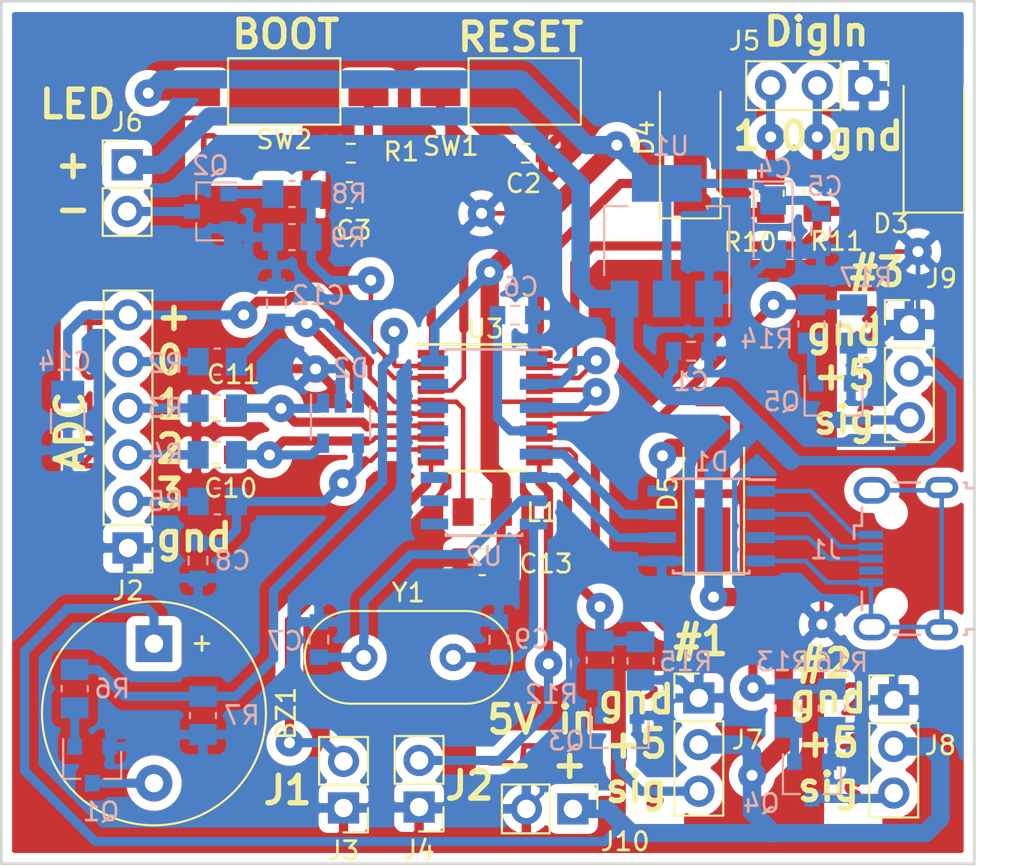
<source format=kicad_pcb>
(kicad_pcb (version 20240108) (generator "pcbnew") (generator_version "8.0")
  (layers (0 "F.Cu" signal) (31 "B.Cu" signal) (34 "B.Paste" user) (35 "F.Paste" user) (36 "B.SilkS" user "B.Silkscreen") (37 "F.SilkS" user "F.Silkscreen") (38 "B.Mask" user) (39 "F.Mask" user) (44 "Edge.Cuts" user))
  (net 0 "")
  (net 1 "+3V3")
  (net 2 "Net-(BZ1-Pad2)")
  (net 3 "GND")
  (net 4 "Net-(C7-Pad1)")
  (net 5 "/ADC0")
  (net 6 "/ADC1")
  (net 7 "/ADC2")
  (net 8 "/ADC3")
  (net 9 "/DigIn0")
  (net 10 "/DigIn1")
  (net 11 "+5V")
  (net 12 "Net-(J2-Pad2)")
  (net 13 "Net-(J2-Pad3)")
  (net 14 "Net-(J2-Pad4)")
  (net 15 "Net-(J2-Pad5)")
  (net 16 "/Jumper0")
  (net 17 "/Jumper1")
  (net 18 "Net-(J5-Pad2)")
  (net 19 "Net-(J5-Pad3)")
  (net 20 "Net-(J6-Pad2)")
  (net 21 "Net-(J7-Pad3)")
  (net 22 "Net-(J8-Pad3)")
  (net 23 "Net-(J9-Pad3)")
  (net 24 "/BOOT0")
  (net 25 "Net-(Q1-Pad1)")
  (net 26 "/DigOut0")
  (net 27 "Net-(Q2-Pad1)")
  (net 28 "/DigOut1")
  (net 29 "/TIM3_CH1")
  (net 30 "Net-(Q3-Pad1)")
  (net 31 "Net-(Q4-Pad1)")
  (net 32 "/TIM3_CH2")
  (net 33 "/TIM3_CH4")
  (net 34 "Net-(Q5-Pad1)")
  (net 35 "/USART_Rx")
  (net 36 "/USART_Tx")
  (net 37 "Net-(C6-Pad1)")
  (net 38 "/NRST")
  (net 39 "+3.3VADC")
  (net 40 "Net-(C9-Pad1)")
  (net 41 "Net-(D1-Pad1)")
  (net 42 "Net-(D1-Pad2)")
  (net 43 "Net-(D1-Pad3)")
  (net 44 "Net-(D1-Pad4)")
  (net 45 "Net-(D1-Pad6)")
  (net 46 "Net-(D1-Pad7)")
  (net 47 "Net-(D1-Pad8)")
  (footprint "Crystal:Crystal_HC49-U_Vertical" (layer "F.Cu") (at 162.235317 68.753107)
    (property "Reference" "Y1")
    (property "Value" "12MHz")
  )
  (footprint "Resistor_SMD:R_0805_2012Metric_Pad1.15x1.50mm_HandSolder" (layer "F.Cu") (at 184.404 43.4605 90)
    (property "Reference" "R10")
    (property "Value" "1k")
  )
  (footprint "Capacitor_SMD:C_0603_1608Metric_Pad0.84x1.00mm_HandSolder" (layer "F.Cu") (at 161.534 41.275 180)
    (property "Reference" "C3")
    (property "Value" "0.1")
  )
  (footprint "Button_Switch_SMD:SW_SPST_FSMSM" (layer "F.Cu") (at 157.9065 37.9095 180)
    (property "Reference" "SW2")
    (property "Value" "Boot")
  )
  (footprint "Resistor_SMD:R_0805_2012Metric_Pad1.15x1.50mm_HandSolder" (layer "F.Cu") (at 186.944 43.397 90)
    (property "Reference" "R11")
    (property "Value" "1k")
  )
  (footprint "Diode_SMD:D_SMA_Handsoldering" (layer "F.Cu") (at 193.294 40.1085 90)
    (property "Reference" "D3")
    (property "Value" "SMAJ5.0")
  )
  (footprint "Connector_PinHeader_2.54mm:PinHeader_1x03_P2.54mm_Vertical" (layer "F.Cu") (at 191.9605 50.6095)
    (property "Reference" "J9")
    (property "Value" "Servo3")
  )
  (footprint "Diode_SMD:D_SMA_Handsoldering" (layer "F.Cu") (at 181.3052 59.8316 90)
    (property "Reference" "D5")
    (property "Value" "SS14")
  )
  (footprint "Connector_PinHeader_2.54mm:PinHeader_1x02_P2.54mm_Vertical" (layer "F.Cu") (at 173.6344 77.0128 -90)
    (property "Reference" "J10")
    (property "Value" "5V")
  )
  (footprint "modules:VIA" (layer "F.Cu") (at 192.4304 46.6344)
    (property "Reference" "REF**" (hide yes))
    (property "Value" "VIA" (hide yes))
  )
  (footprint "Resistor_SMD:R_0805_2012Metric_Pad1.15x1.50mm_HandSolder" (layer "F.Cu") (at 161.454 43.561)
    (property "Reference" "R1")
    (property "Value" "10k")
  )
  (footprint "modules:VIA" (layer "F.Cu") (at 168.656 44.5516)
    (property "Reference" "REF**" (hide yes))
    (property "Value" "VIA" (hide yes))
  )
  (footprint "modules:VIA" (layer "F.Cu") (at 187.198 66.9544)
    (property "Reference" "REF**" (hide yes))
    (property "Value" "VIA" (hide yes))
  )
  (footprint "modules:VIA" (layer "F.Cu") (at 159.6136 53.0352)
    (property "Reference" "REF**" (hide yes))
    (property "Value" "VIA" (hide yes))
  )
  (footprint "Connector_PinHeader_2.54mm:PinHeader_1x02_P2.54mm_Vertical" (layer "F.Cu") (at 161.1376 76.962 180)
    (property "Reference" "J3")
    (property "Value" "Jumper0")
  )
  (footprint "Connector_PinHeader_2.54mm:PinHeader_1x03_P2.54mm_Vertical" (layer "F.Cu") (at 189.484 37.592 -90)
    (property "Reference" "J5")
    (property "Value" "Dig_In")
  )
  (footprint "Connector_PinHeader_2.54mm:PinHeader_1x03_P2.54mm_Vertical" (layer "F.Cu") (at 180.4924 70.9676)
    (property "Reference" "J7")
    (property "Value" "Servo1")
  )
  (footprint "Connector_PinHeader_2.54mm:PinHeader_1x02_P2.54mm_Vertical" (layer "F.Cu") (at 165.2524 76.9112 180)
    (property "Reference" "J4")
    (property "Value" "Jumper1")
  )
  (footprint "Button_Switch_SMD:SW_SPST_FSMSM" (layer "F.Cu") (at 171.0055 37.9095)
    (property "Reference" "SW1")
    (property "Value" "Reset")
  )
  (footprint "Capacitor_SMD:C_0603_1608Metric_Pad0.84x1.00mm_HandSolder" (layer "F.Cu") (at 154.08806 57.712432 180)
    (property "Reference" "C10")
    (property "Value" "0.1")
  )
  (footprint "Capacitor_SMD:C_0603_1608Metric_Pad0.84x1.00mm_HandSolder" (layer "F.Cu") (at 154.08806 55.172432 180)
    (property "Reference" "C11")
    (property "Value" "0.1")
  )
  (footprint "Capacitor_SMD:C_0603_1608Metric_Pad0.84x1.00mm_HandSolder" (layer "F.Cu") (at 171.069 41.275)
    (property "Reference" "C2")
    (property "Value" "0.1")
  )
  (footprint "Connector_PinHeader_2.54mm:PinHeader_1x02_P2.54mm_Vertical" (layer "F.Cu") (at 149.352 41.91)
    (property "Reference" "J6")
    (property "Value" "Ext_LED")
  )
  (footprint "Connector_PinHeader_2.54mm:PinHeader_1x06_P2.54mm_Vertical" (layer "F.Cu") (at 149.39906 62.792432 180)
    (property "Reference" "J2")
    (property "Value" "ADC_in")
  )
  (footprint "Connector_PinHeader_2.54mm:PinHeader_1x03_P2.54mm_Vertical" (layer "F.Cu") (at 191.1096 71.0692)
    (property "Reference" "J8")
    (property "Value" "Servo2")
  )
  (footprint "Capacitor_SMD:C_0805_2012Metric_Pad1.15x1.50mm_HandSolder" (layer "F.Cu") (at 168.6825 63.5635 180)
    (property "Reference" "C13")
    (property "Value" "1u")
  )
  (footprint "Inductor_SMD:L_0805_2012Metric_Pad1.15x1.50mm_HandSolder" (layer "F.Cu") (at 168.693 60.833 180)
    (property "Reference" "L1")
    (property "Value" "BMBA 0.1mH")
  )
  (footprint "Buzzer_Beeper:Buzzer_12x9.5RM7.6" (layer "F.Cu") (at 150.8125 68.0085 -90)
    (property "Reference" "BZ1")
    (property "Value" "Buzzer")
  )
  (footprint "Diode_SMD:D_SMA_Handsoldering" (layer "F.Cu") (at 180.0225 40.426 90)
    (property "Reference" "D4")
    (property "Value" "SMAJ5.0")
  )
  (footprint "Package_SSOP:TSSOP-20_4.4x6.5mm_P0.65mm" (layer "F.Cu") (at 168.8556 55.1486)
    (property "Reference" "U3")
    (property "Value" "STM32F030F4Px")
  )
  (footprint "Package_SOIC:SOIC-8_3.9x4.9mm_P1.27mm" (layer "B.Cu") (at 181.1655 61.595 180)
    (property "Reference" "D1")
    (property "Value" "USB6B1")
  )
  (footprint "Capacitor_SMD:C_0603_1608Metric_Pad0.84x1.00mm_HandSolder" (layer "B.Cu") (at 153.20906 63.480932 -90)
    (property "Reference" "C8")
    (property "Value" "0.1")
  )
  (footprint "Capacitor_SMD:C_0603_1608Metric_Pad0.84x1.00mm_HandSolder" (layer "B.Cu") (at 170.4875 50.1015)
    (property "Reference" "C6")
    (property "Value" "0.1")
  )
  (footprint "Package_TO_SOT_SMD:SOT-223-3_TabPin2" (layer "B.Cu") (at 178.745317 46.070907 90)
    (property "Reference" "U1")
    (property "Value" "LM1117-3.3")
  )
  (footprint "Package_TO_SOT_SMD:SOT-23-5" (layer "B.Cu") (at 160.975 55.9865 -90)
    (property "Reference" "D2")
    (property "Value" "SP0504BAHT")
  )
  (footprint "Capacitor_SMD:C_0603_1608Metric_Pad0.84x1.00mm_HandSolder" (layer "B.Cu") (at 180.076 52.07)
    (property "Reference" "C1")
    (property "Value" "0.1")
  )
  (footprint "Resistor_SMD:R_0805_2012Metric_Pad1.15x1.50mm_HandSolder" (layer "B.Cu") (at 185.3819 71.5253 90)
    (property "Reference" "R13")
    (property "Value" "510")
  )
  (footprint "Capacitor_Tantalum_SMD:CP_EIA-3216-18_Kemet-A_Pad1.53x1.40mm_HandSolder" (layer "B.Cu") (at 184.536517 45.314607 -90)
    (property "Reference" "C4")
    (property "Value" "47u")
  )
  (footprint "Capacitor_SMD:C_0603_1608Metric_Pad0.84x1.00mm_HandSolder" (layer "B.Cu") (at 159.796917 67.785207 90)
    (property "Reference" "C7")
    (property "Value" "22p")
  )
  (footprint "Connector_USB:USB_Micro-B_Wuerth-629105150521" (layer "B.Cu") (at 191.77 63.373 -90)
    (property "Reference" "J1")
    (property "Value" "USB_B_Micro")
  )
  (footprint "Resistor_SMD:R_0805_2012Metric_Pad1.15x1.50mm_HandSolder" (layer "B.Cu") (at 154.26206 52.632432 180)
    (property "Reference" "R2")
    (property "Value" "220")
  )
  (footprint "Resistor_SMD:R_0805_2012Metric_Pad1.15x1.50mm_HandSolder" (layer "B.Cu") (at 154.26206 55.172432 180)
    (property "Reference" "R3")
    (property "Value" "220")
  )
  (footprint "Resistor_SMD:R_0805_2012Metric_Pad1.15x1.50mm_HandSolder" (layer "B.Cu") (at 154.26206 60.252432 180)
    (property "Reference" "R5")
    (property "Value" "220")
  )
  (footprint "Resistor_SMD:R_0805_2012Metric_Pad1.15x1.50mm_HandSolder" (layer "B.Cu") (at 146.4945 70.4585 90)
    (property "Reference" "R6")
    (property "Value" "510")
  )
  (footprint "Resistor_SMD:R_0805_2012Metric_Pad1.15x1.50mm_HandSolder" (layer "B.Cu") (at 153.4795 71.919 90)
    (property "Reference" "R7")
    (property "Value" "10k")
  )
  (footprint "Resistor_SMD:R_0805_2012Metric_Pad1.15x1.50mm_HandSolder" (layer "B.Cu") (at 158.332 43.4975)
    (property "Reference" "R8")
    (property "Value" "510")
  )
  (footprint "Resistor_SMD:R_0805_2012Metric_Pad1.15x1.50mm_HandSolder" (layer "B.Cu") (at 158.332 45.847)
    (property "Reference" "R9")
    (property "Value" "10k")
  )
  (footprint "Resistor_SMD:R_0805_2012Metric_Pad1.15x1.50mm_HandSolder" (layer "B.Cu") (at 175.0949 68.9102 90)
    (property "Reference" "R12")
    (property "Value" "510")
  )
  (footprint "Resistor_SMD:R_0805_2012Metric_Pad1.15x1.50mm_HandSolder" (layer "B.Cu") (at 186.6265 50.583 90)
    (property "Reference" "R14")
    (property "Value" "510")
  )
  (footprint "Resistor_SMD:R_0805_2012Metric_Pad1.15x1.50mm_HandSolder" (layer "B.Cu") (at 177.3174 68.9472 90)
    (property "Reference" "R15")
    (property "Value" "10k")
  )
  (footprint "Resistor_SMD:R_0805_2012Metric_Pad1.15x1.50mm_HandSolder" (layer "B.Cu") (at 187.7314 71.5253 90)
    (property "Reference" "R16")
    (property "Value" "10k")
  )
  (footprint "Resistor_SMD:R_0805_2012Metric_Pad1.15x1.50mm_HandSolder" (layer "B.Cu") (at 188.9125 50.583 90)
    (property "Reference" "R17")
    (property "Value" "10k")
  )
  (footprint "Capacitor_SMD:C_0603_1608Metric_Pad0.84x1.00mm_HandSolder" (layer "B.Cu") (at 187.127317 45.514807 -90)
    (property "Reference" "C5")
    (property "Value" "0.1")
  )
  (footprint "Capacitor_SMD:C_0603_1608Metric_Pad0.84x1.00mm_HandSolder" (layer "B.Cu") (at 169.601317 67.787907 90)
    (property "Reference" "C9")
    (property "Value" "22p")
  )
  (footprint "Capacitor_SMD:C_0603_1608Metric_Pad0.84x1.00mm_HandSolder" (layer "B.Cu") (at 157.48 49.4792 90)
    (property "Reference" "C12")
    (property "Value" "0.1")
  )
  (footprint "Package_TO_SOT_SMD:SOT-23" (layer "B.Cu") (at 147.447 74.6125 -90)
    (property "Reference" "Q1")
    (property "Value" "2N7002")
  )
  (footprint "Package_TO_SOT_SMD:SOT-23" (layer "B.Cu") (at 153.8765 44.4475 180)
    (property "Reference" "Q2")
    (property "Value" "SI2300")
  )
  (footprint "Package_TO_SOT_SMD:SOT-23" (layer "B.Cu") (at 176.1744 72.9267 -90)
    (property "Reference" "Q3")
    (property "Value" "2N7002")
  )
  (footprint "Package_TO_SOT_SMD:SOT-23" (layer "B.Cu") (at 186.6519 75.4413 -90)
    (property "Reference" "Q4")
    (property "Value" "2N7002")
  )
  (footprint "Resistor_SMD:R_0805_2012Metric_Pad1.15x1.50mm_HandSolder" (layer "B.Cu") (at 154.26206 57.712432 180)
    (property "Reference" "R4")
    (property "Value" "220")
  )
  (footprint "Package_TO_SOT_SMD:SOT-23" (layer "B.Cu") (at 187.833 54.8165 -90)
    (property "Reference" "Q5")
    (property "Value" "2N7002")
  )
  (footprint "Capacitor_SMD:C_1206_3216Metric_Pad1.24x1.80mm_HandSolder" (layer "B.Cu") (at 146.1135 55.885 90)
    (property "Reference" "C14")
    (property "Value" "10u")
  )
  (footprint "Package_SOIC:SOIC-16_3.9x9.9mm_P1.27mm" (layer "B.Cu") (at 168.788517 57.043707 180)
    (property "Reference" "U2")
    (property "Value" "CH340G")
  )
  (gr_line (start 142.5 79.5) (end 142.5 33) (stroke (width 0.15)) (layer "Edge.Cuts"))
  (gr_line (start 195.5 80) (end 195.5 79.5) (stroke (width 0.15)) (layer "Edge.Cuts"))
  (gr_line (start 195.5 33) (end 195.5 79.5) (stroke (width 0.15)) (layer "Edge.Cuts"))
  (gr_line (start 142.5 79.5) (end 142.5 80) (stroke (width 0.15)) (layer "Edge.Cuts"))
  (gr_line (start 142.5 80) (end 195.5 80) (stroke (width 0.15)) (layer "Edge.Cuts"))
  (gr_line (start 142.5 33) (end 195.5 33) (stroke (width 0.15)) (layer "Edge.Cuts"))
  (gr_text "2\n+\ns" (at 188.9 73.5 0) (layer "F.Cu") (effects (font (size 1.5 1.5) (thickness 0.3))))
  (gr_text "1\n+\ns" (at 178.1 73.7 0) (layer "F.Cu") (effects (font (size 1.5 1.5) (thickness 0.3))))
  (gr_text "3\n+\ns" (at 189.6 53 0) (layer "F.Cu") (effects (font (size 1.5 1.5) (thickness 0.3))))
  (gr_text "+" (at 146.6088 41.5544 0) (layer "F.Cu") (effects (font (size 1.5 1.5) (thickness 0.3))))
  (gr_text "-5v+" (at 171.9 74.4 0) (layer "F.Cu") (effects (font (size 1.5 1.5) (thickness 0.3))))
  (gr_text "+\n0\n1\n2\n3" (at 147.32 55.2196 0) (layer "F.Cu") (effects (font (size 1.5 1.5) (thickness 0.3))))
  (gr_text "1-2" (at 163.4 72.1 0) (layer "F.Cu") (effects (font (size 1.5 1.5) (thickness 0.3))))
  (gr_text "Boot" (at 155.702 41.148 0) (layer "F.Cu") (effects (font (size 1.5 1.5) (thickness 0.3))))
  (gr_text "gnd\n+5\nsig" (at 187.5536 73.406 0) (layer "F.SilkS") (effects (font (size 1.5 1.5) (thickness 0.3))))
  (gr_text "gnd\n+5\nsig" (at 177.0888 73.4568 0) (layer "F.SilkS") (effects (font (size 1.5 1.5) (thickness 0.3))))
  (gr_text "#1" (at 180.594 67.8688 0) (layer "F.SilkS") (effects (font (size 1.5 1.5) (thickness 0.3))))
  (gr_text "+\n0\n1\n2\n3\ngnd" (at 150.7744 56.1848 0) (layer "F.SilkS") (effects (font (size 1.5 1.5) (thickness 0.3)) (justify left)))
  (gr_text "DigIn" (at 186.8932 34.6456 0) (layer "F.SilkS") (effects (font (size 1.5 1.5) (thickness 0.3))))
  (gr_text "LED" (at 146.6596 38.608 0) (layer "F.SilkS") (effects (font (size 1.5 1.5) (thickness 0.3))))
  (gr_text "J2" (at 167.9956 75.7428 0) (layer "F.SilkS") (effects (font (size 1.5 1.5) (thickness 0.3))))
  (gr_text "RESET" (at 170.7896 34.9504 0) (layer "F.SilkS") (effects (font (size 1.5 1.5) (thickness 0.3))))
  (gr_text "gnd\n+5\nsig" (at 188.4172 53.3908 0) (layer "F.SilkS") (effects (font (size 1.5 1.5) (thickness 0.3))))
  (gr_text "J1" (at 158.0896 75.9968 0) (layer "F.SilkS") (effects (font (size 1.5 1.5) (thickness 0.3))))
  (gr_text "ADC" (at 146.2532 56.4388 90) (layer "F.SilkS") (effects (font (size 1.5 1.5) (thickness 0.3))))
  (gr_text "BOOT" (at 157.988 34.798 0) (layer "F.SilkS") (effects (font (size 1.5 1.5) (thickness 0.3))))
  (gr_text "#3" (at 190.1952 47.752 0) (layer "F.SilkS") (effects (font (size 1.5 1.5) (thickness 0.3))))
  (gr_text "5V in\n- +" (at 171.958 73.3552 0) (layer "F.SilkS") (effects (font (size 1.5 1.5) (thickness 0.3))))
  (gr_text "#2" (at 187.3504 69.088 0) (layer "F.SilkS") (effects (font (size 1.5 1.5) (thickness 0.3))))
  (gr_text "1 0 gnd" (at 186.9948 40.3352 0) (layer "F.SilkS") (effects (font (size 1.5 1.5) (thickness 0.3))))
  (gr_text "+\n-" (at 146.4056 43.0784 0) (layer "F.SilkS") (effects (font (size 1.5 1.5) (thickness 0.3))))
  (segment (start 171.8056 54.8236) (end 169.1409 54.8236) (width 0.25) (layer "F.Cu") (net 1))
  (segment (start 169.1005 54.864) (end 169.1005 52.718698) (width 1) (layer "F.Cu") (net 1))
  (segment (start 169.7355 60.833) (end 169.7355 59.083) (width 1) (layer "F.Cu") (net 1))
  (segment (start 153.3165 37.9095) (end 150.5905 37.9095) (width 1) (layer "F.Cu") (net 1))
  (segment (start 169.725 63.5635) (end 169.725 60.8435) (width 0.5) (layer "F.Cu") (net 1))
  (segment (start 150.5905 37.9095) (end 150.5 38) (width 1) (layer "F.Cu") (net 1))
  (segment (start 169.1409 54.8236) (end 169.1005 54.864) (width 0.25) (layer "F.Cu") (net 1))
  (segment (start 169.1005 58.448) (end 169.1005 54.864) (width 1) (layer "F.Cu") (net 1))
  (segment (start 169.7355 59.083) (end 169.1005 58.448) (width 1) (layer "F.Cu") (net 1))
  (segment (start 169.1005 52.718698) (end 169.1005 47.752) (width 1) (layer "F.Cu") (net 1))
  (segment (start 169.725 60.8435) (end 169.7355 60.833) (width 0.5) (layer "F.Cu") (net 1))
  (segment (start 169.1005 47.752) (end 176.022 40.8305) (width 1) (layer "F.Cu") (net 1))
  (via (at 176.022 40.8305) (size 1.5) (drill 0.6) (layers "F.Cu" "B.Cu") (net 1))
  (via (at 150.5 38) (size 1.5) (drill 0.6) (layers "F.Cu" "B.Cu") (net 1))
  (via (at 169.1005 47.752) (size 1.5) (drill 0.6) (layers "F.Cu" "B.Cu") (net 1))
  (segment (start 184.536517 43.847107) (end 186.422117 43.847107) (width 0.5) (layer "B.Cu") (net 1))
  (segment (start 178.745317 42.920907) (end 178.112407 42.920907) (width 1) (layer "B.Cu") (net 1))
  (segment (start 183.610317 42.920907) (end 184.536517 43.847107) (width 0.5) (layer "B.Cu") (net 1))
  (segment (start 151.249999 37.250001) (end 170.810401 37.250001) (width 1) (layer "B.Cu") (net 1))
  (segment (start 178.745317 47.720907) (end 178.745317 42.920907) (width 0.5) (layer "B.Cu") (net 1))
  (segment (start 176.022 40.8305) (end 174.3909 40.8305) (width 1) (layer "B.Cu") (net 1))
  (segment (start 170.810401 37.250001) (end 171 37.4396) (width 1) (layer "B.Cu") (net 1))
  (segment (start 150.5 38) (end 151.249999 37.250001) (width 1) (layer "B.Cu") (net 1))
  (segment (start 166.116 50.7365) (end 169.1005 47.752) (width 0.5) (layer "B.Cu") (net 1))
  (segment (start 166.088517 51.798707) (end 166.116 51.771224) (width 0.5) (layer "B.Cu") (net 1))
  (segment (start 186.422117 43.847107) (end 187.127317 44.552307) (width 0.5) (layer "B.Cu") (net 1))
  (segment (start 166.088517 52.598707) (end 166.088517 51.798707) (width 0.5) (layer "B.Cu") (net 1))
  (segment (start 178.745317 42.920907) (end 183.610317 42.920907) (width 0.5) (layer "B.Cu") (net 1))
  (segment (start 174.3909 40.8305) (end 171 37.4396) (width 1) (layer "B.Cu") (net 1))
  (segment (start 166.116 51.771224) (end 166.116 50.7365) (width 0.5) (layer "B.Cu") (net 1))
  (segment (start 178.112407 42.920907) (end 176.022 40.8305) (width 1) (layer "B.Cu") (net 1))
  (segment (start 178.745317 49.220907) (end 178.745317 47.720907) (width 0.5) (layer "B.Cu") (net 1))
  (segment (start 150.8125 75.6085) (end 147.451 75.6085) (width 0.5) (layer "B.Cu") (net 2))
  (segment (start 147.451 75.6085) (end 147.447 75.6125) (width 0.5) (layer "B.Cu") (net 2))
  (segment (start 193.294 35.6085) (end 192.3819 34.6964) (width 0.25) (layer "F.Cu") (net 3))
  (segment (start 168.656 44.5516) (end 170.4848 44.5516) (width 0.25) (layer "F.Cu") (net 3))
  (segment (start 186 50.5) (end 183.5 53) (width 0.25) (layer "F.Cu") (net 3))
  (segment (start 153.4668 51.2064) (end 153.4668 49.4332) (width 0.5) (layer "F.Cu") (net 3))
  (segment (start 152.0444 49.784) (end 153.4668 51.2064) (width 0.5) (layer "F.Cu") (net 3))
  (segment (start 150.9268 39.5224) (end 152.0444 40.64) (width 0.25) (layer "F.Cu") (net 3))
  (segment (start 153.4668 53.0225) (end 153.162 53.0225) (width 0.5) (layer "F.Cu") (net 3))
  (segment (start 175.5955 37.9095) (end 180.006 37.9095) (width 0.5) (layer "F.Cu") (net 3))
  (segment (start 151.9555 54.924872) (end 152.20306 55.172432) (width 0.5) (layer "F.Cu") (net 3))
  (segment (start 153.12556 55.172432) (end 153.12556 57.712432) (width 0.5) (layer "F.Cu") (net 3))
  (segment (start 153.162 53.0225) (end 151.9555 54.229) (width 0.5) (layer "F.Cu") (net 3))
  (segment (start 177.7492 53.6956) (end 177.7492 50.5968) (width 0.25) (layer "F.Cu") (net 3))
  (segment (start 187.198 65.89374) (end 187.198 64) (width 0.25) (layer "F.Cu") (net 3))
  (segment (start 172.0315 43.0049) (end 172.0315 41.275) (width 0.25) (layer "F.Cu") (net 3))
  (segment (start 149.352 39.5224) (end 150.9268 39.5224) (width 0.25) (layer "F.Cu") (net 3))
  (segment (start 153.4668 53.0225) (end 153.4668 51.2064) (width 0.5) (layer "F.Cu") (net 3))
  (segment (start 180.0225 35.0647) (end 180.0225 37.926) (width 0.25) (layer "F.Cu") (net 3))
  (segment (start 192.3819 34.6964) (end 180.594 34.6964) (width 0.25) (layer "F.Cu") (net 3))
  (segment (start 152.0444 40.64) (end 152.0444 49.784) (width 0.5) (layer "F.Cu") (net 3))
  (segment (start 180.594 34.6964) (end 180.3908 34.6964) (width 0.25) (layer "F.Cu") (net 3))
  (segment (start 168.1 72.3) (end 168.1 78.6) (width 0.5) (layer "F.Cu") (net 3))
  (segment (start 172.0315 41.1835) (end 175.3055 37.9095) (width 0.5) (layer "F.Cu") (net 3))
  (segment (start 159.339 43.561) (end 160.4115 43.561) (width 0.5) (layer "F.Cu") (net 3))
  (segment (start 172.0315 41.275) (end 172.0315 41.1835) (width 0.5) (layer "F.Cu") (net 3))
  (segment (start 180.3908 34.6964) (end 180.0225 35.0647) (width 0.25) (layer "F.Cu") (net 3))
  (segment (start 158.3528 78.8) (end 158.0528 78.5) (width 0.5) (layer "F.Cu") (net 3))
  (segment (start 164.592 70.1548) (end 165.9548 70.1548) (width 0.5) (layer "F.Cu") (net 3))
  (segment (start 171.8056 55.4736) (end 175.9712 55.4736) (width 0.25) (layer "F.Cu") (net 3))
  (segment (start 156.0068 76.454) (end 156.0068 62.992) (width 0.25) (layer "F.Cu") (net 3))
  (segment (start 193.294 37.6085) (end 193.294 35.6085) (width 0.25) (layer "F.Cu") (net 3))
  (segment (start 183.5 53) (end 183.5 60.302) (width 0.25) (layer "F.Cu") (net 3))
  (segment (start 156.0068 62.992) (end 153.12556 60.11076) (width 0.25) (layer "F.Cu") (net 3))
  (segment (start 165.9548 70.1548) (end 168.1 72.3) (width 0.5) (layer "F.Cu") (net 3))
  (segment (start 164.592 66.789) (end 164.592 70.1548) (width 0.25) (layer "F.Cu") (net 3))
  (segment (start 183.5 60.302) (end 187.198 64) (width 0.25) (layer "F.Cu") (net 3))
  (segment (start 186 48.1584) (end 186 50.5) (width 0.25) (layer "F.Cu") (net 3))
  (segment (start 175.9712 55.4736) (end 177.7492 53.6956) (width 0.25) (layer "F.Cu") (net 3))
  (segment (start 160.4115 41.435) (end 160.5715 41.275) (width 0.5) (layer "F.Cu") (net 3))
  (segment (start 175.3055 37.9095) (end 175.5955 37.9095) (width 0.5) (layer "F.Cu") (net 3))
  (segment (start 189.1284 48.1584) (end 190.6524 46.6344) (width 0.25) (layer "F.Cu") (net 3))
  (segment (start 186 48.1584) (end 189.1284 48.1584) (width 0.25) (layer "F.Cu") (net 3))
  (segment (start 158.0528 78.5) (end 156.0068 76.454) (width 0.25) (layer "F.Cu") (net 3))
  (segment (start 190.6524 46.6344) (end 192.4304 46.6344) (width 0.25) (layer "F.Cu") (net 3))
  (segment (start 167.64 63.741) (end 164.592 66.789) (width 0.25) (layer "F.Cu") (net 3))
  (segment (start 168.1 78.6) (end 167.9 78.8) (width 0.5) (layer "F.Cu") (net 3))
  (segment (start 167.64 63.5635) (end 167.64 63.741) (width 0.25) (layer "F.Cu") (net 3))
  (segment (start 180.1876 48.1584) (end 186 48.1584) (width 0.25) (layer "F.Cu") (net 3))
  (segment (start 146.7612 36.9316) (end 149.352 39.5224) (width 0.25) (layer "F.Cu") (net 3))
  (segment (start 151.9555 54.229) (end 151.9555 54.924872) (width 0.5) (layer "F.Cu") (net 3))
  (segment (start 167.9 78.8) (end 158.3528 78.8) (width 0.5) (layer "F.Cu") (net 3))
  (segment (start 170.4848 44.5516) (end 172.0315 43.0049) (width 0.25) (layer "F.Cu") (net 3))
  (segment (start 146.7612 35.6108) (end 146.7612 36.9316) (width 0.25) (layer "F.Cu") (net 3))
  (segment (start 152.20306 55.172432) (end 153.12556 55.172432) (width 0.5) (layer "F.Cu") (net 3))
  (segment (start 159.639 53.0225) (end 153.4668 53.0225) (width 0.5) (layer "F.Cu") (net 3))
  (segment (start 180.006 37.9095) (end 180.0225 37.926) (width 0.5) (layer "F.Cu") (net 3))
  (segment (start 153.12556 60.11076) (end 153.12556 57.712432) (width 0.25) (layer "F.Cu") (net 3))
  (segment (start 160.4115 43.561) (end 160.4115 41.435) (width 0.5) (layer "F.Cu") (net 3))
  (segment (start 147.6756 34.6964) (end 146.7612 35.6108) (width 0.25) (layer "F.Cu") (net 3))
  (segment (start 153.4668 49.4332) (end 159.339 43.561) (width 0.5) (layer "F.Cu") (net 3))
  (segment (start 180.594 34.6964) (end 147.6756 34.6964) (width 0.25) (layer "F.Cu") (net 3))
  (segment (start 187.198 66.9544) (end 187.198 65.89374) (width 0.25) (layer "F.Cu") (net 3))
  (segment (start 177.7492 50.5968) (end 180.1876 48.1584) (width 0.25) (layer "F.Cu") (net 3))
  (segment (start 148.479 72.5805) (end 148.86 72.9615) (width 0.5) (layer "B.Cu") (net 3))
  (segment (start 171.45 50.1015) (end 171.45 47.3456) (width 0.25) (layer "B.Cu") (net 3))
  (segment (start 173.3804 72.9488) (end 173.3804 64.516) (width 0.25) (layer "B.Cu") (net 3))
  (segment (start 146.1135 58.6) (end 146.5072 58.9937) (width 0.5) (layer "B.Cu") (net 3))
  (segment (start 143.8656 56.4388) (end 143.8656 49.2252) (width 0.5) (layer "B.Cu") (net 3))
  (segment (start 188.9814 72.5678) (end 189.4332 72.116) (width 0.5) (layer "B.Cu") (net 3))
  (segment (start 146.1135 57.4775) (end 144.7135 57.4775) (width 0.5) (layer "B.Cu") (net 3))
  (segment (start 190.1228 68.7324) (end 188.976 68.7324) (width 0.5) (layer "B.Cu") (net 3))
  (segment (start 181.045317 49.220907) (end 182.097717 49.220907) (width 0.5) (layer "B.Cu") (net 3))
  (segment (start 171.944399 74.384801) (end 173.3804 72.9488) (width 0.25) (layer "B.Cu") (net 3))
  (segment (start 159.639 53.0225) (end 160.975 53.025) (width 0.5) (layer "B.Cu") (net 3))
  (segment (start 189.484 35.2044) (end 189.484 37.592) (width 0.25) (layer "B.Cu") (net 3))
  (segment (start 149.39906 64.142432) (end 149.70006 64.443432) (width 0.5) (layer "B.Cu") (net 3))
  (segment (start 168.01911 66.2432) (end 166.0652 66.2432) (width 0.5) (layer "B.Cu") (net 3))
  (segment (start 148.1328 34.4932) (end 188.7728 34.4932) (width 0.25) (layer "B.Cu") (net 3))
  (segment (start 155.3464 45.8674) (end 154.8765 45.3975) (width 0.5) (layer "B.Cu") (net 3))
  (segment (start 189.7596 71.0692) (end 191.1096 71.0692) (width 0.5) (layer "B.Cu") (net 3))
  (segment (start 186.822517 46.782107) (end 187.127317 46.477307) (width 0.5) (layer "B.Cu") (net 3))
  (segment (start 189.484 37.592) (end 189.484 46.99) (width 0.25) (layer "B.Cu") (net 3))
  (segment (start 189.484 46.99) (end 189.5348 47.0408) (width 0.25) (layer "B.Cu") (net 3))
  (segment (start 178.4604 65.1256) (end 181.356 68.0212) (width 0.25) (layer "B.Cu") (net 3))
  (segment (start 190.881 50.9905) (end 191.5795 50.9905) (width 0.5) (layer "B.Cu") (net 3))
  (segment (start 169.601317 66.825407) (end 168.601317 66.825407) (width 0.5) (layer "B.Cu") (net 3))
  (segment (start 189.4332 71.3956) (end 189.7596 71.0692) (width 0.5) (layer "B.Cu") (net 3))
  (segment (start 171.45 47.3456) (end 168.656 44.5516) (width 0.25) (layer "B.Cu") (net 3))
  (segment (start 177.1244 71.9267) (end 177.1244 70.1827) (width 0.5) (layer "B.Cu") (net 3))
  (segment (start 171.0944 77.0128) (end 165.354 77.0128) (width 0.5) (layer "B.Cu") (net 3))
  (segment (start 187.7314 72.5678) (end 188.9814 72.5678) (width 0.5) (layer "B.Cu") (net 3))
  (segment (start 165.354 77.0128) (end 165.2524 76.9112) (width 0.5) (layer "B.Cu") (net 3))
  (segment (start 189.4332 72.116) (end 189.4332 71.3956) (width 0.5) (layer "B.Cu") (net 3))
  (segment (start 155.3464 48.4151) (end 155.3464 47.1424) (width 0.5) (layer "B.Cu") (net 3))
  (segment (start 181.0385 49.227724) (end 181.045317 49.220907) (width 0.5) (layer "B.Cu") (net 3))
  (segment (start 144.386 57.15) (end 144.386 56.9592) (width 0.5) (layer "B.Cu") (net 3))
  (segment (start 171.45 52.56019) (end 171.488517 52.598707) (width 0.5) (layer "B.Cu") (net 3))
  (segment (start 184.536517 46.782107) (end 186.822517 46.782107) (width 0.5) (layer "B.Cu") (net 3))
  (segment (start 165.2016 76.962) (end 165.2524 76.9112) (width 0.5) (layer "B.Cu") (net 3))
  (segment (start 160.975 53.025) (end 160.975 54.8865) (width 0.5) (layer "B.Cu") (net 3))
  (segment (start 186.182 65.9384) (end 183.4388 65.9384) (width 0.5) (layer "B.Cu") (net 3))
  (segment (start 179.5145 69.9897) (end 180.4924 70.9676) (width 0.5) (layer "B.Cu") (net 3))
  (segment (start 159.0361 49.0728) (end 159.9184 49.0728) (width 0.5) (layer "B.Cu") (net 3))
  (segment (start 183.4388 65.9384) (end 181.356 68.0212) (width 0.5) (layer "B.Cu") (net 3))
  (segment (start 158.48 48.5167) (end 159.0361 49.0728) (width 0.5) (layer "B.Cu") (net 3))
  (segment (start 146.5072 58.9937) (end 146.5072 61.250572) (width 0.5) (layer "B.Cu") (net 3))
  (segment (start 188.976 68.7324) (end 187.4012 67.1576) (width 0.5) (layer "B.Cu") (net 3))
  (segment (start 188.9125 51.6255) (end 190.1625 51.6255) (width 0.5) (layer "B.Cu") (net 3))
  (segment (start 181.0385 52.07) (end 181.0385 49.227724) (width 0.5) (layer "B.Cu") (net 3))
  (segment (start 159.9184 49.0728) (end 160.3756 49.53) (width 0.5) (layer "B.Cu") (net 3))
  (segment (start 187.4012 67.1576) (end 187.198 66.9544) (width 0.25) (layer "B.Cu") (net 3))
  (segment (start 178.4604 64.0551) (end 178.4604 65.1256) (width 0.25) (layer "B.Cu") (net 3))
  (segment (start 143.8656 49.2252) (end 143.8656 38.7604) (width 0.25) (layer "B.Cu") (net 3))
  (segment (start 154.9781 72.9615) (end 158.0388 69.9008) (width 0.5) (layer "B.Cu") (net 3))
  (segment (start 163.322 71.5264) (end 163.8808 72.0852) (width 0.5) (layer "B.Cu") (net 3))
  (segment (start 149.39906 62.792432) (end 149.39906 64.142432) (width 0.5) (layer "B.Cu") (net 3))
  (segment (start 187.4012 67.1576) (end 186.182 65.9384) (width 0.5) (layer "B.Cu") (net 3))
  (segment (start 164.7444 67.564) (end 164.7444 71.2216) (width 0.5) (layer "B.Cu") (net 3))
  (segment (start 159.796917 66.822707) (end 158.2928 66.822707) (width 0.5) (layer "B.Cu") (net 3))
  (segment (start 191.1096 69.7192) (end 190.1228 68.7324) (width 0.5) (layer "B.Cu") (net 3))
  (segment (start 166.0652 66.2432) (end 164.7444 67.564) (width 0.5) (layer "B.Cu") (net 3))
  (segment (start 164.7444 71.2216) (end 163.8808 72.0852) (width 0.5) (layer "B.Cu") (net 3))
  (segment (start 188.44081 47.0408) (end 189.5348 47.0408) (width 0.25) (layer "B.Cu") (net 3))
  (segment (start 181.356 68.0212) (end 180.4924 68.8848) (width 0.5) (layer "B.Cu") (net 3))
  (segment (start 148.397 73.6125) (end 148.397 72.6625) (width 0.5) (layer "B.Cu") (net 3))
  (segment (start 174.3964 63.5) (end 178.4655 63.5) (width 0.25) (layer "B.Cu") (net 3))
  (segment (start 146.5072 61.250572) (end 148.04906 62.792432) (width 0.5) (layer "B.Cu") (net 3))
  (segment (start 143.8656 38.7604) (end 148.1328 34.4932) (width 0.25) (layer "B.Cu") (net 3))
  (segment (start 190.1625 51.6255) (end 190.5 51.288) (width 0.5) (layer "B.Cu") (net 3))
  (segment (start 190.5 51.288) (end 190.5835 51.288) (width 0.5) (layer "B.Cu") (net 3))
  (segment (start 187.7314 72.5678) (end 187.7314 74.3118) (width 0.5) (layer "B.Cu") (net 3))
  (segment (start 163.1696 71.6788) (end 163.322 71.5264) (width 0.5) (layer "B.Cu") (net 3))
  (segment (start 192.4304 50.1396) (end 191.9605 50.6095) (width 0.25) (layer "B.Cu") (net 3))
  (segment (start 190.5 47.0408) (end 191.9605 48.5013) (width 0.25) (layer "B.Cu") (net 3))
  (segment (start 160.3756 49.53) (end 163.6776 49.53) (width 0.5) (layer "B.Cu") (net 3))
  (segment (start 148.04906 62.792432) (end 149.39906 62.792432) (width 0.5) (layer "B.Cu") (net 3))
  (segment (start 148.86 72.9615) (end 153.4795 72.9615) (width 0.5) (layer "B.Cu") (net 3))
  (segment (start 180.4924 68.8848) (end 180.4924 70.9676) (width 0.5) (layer "B.Cu") (net 3))
  (segment (start 187.877317 46.477307) (end 188.44081 47.0408) (width 0.25) (layer "B.Cu") (net 3))
  (segment (start 145.9484 47.1424) (end 155.3464 47.1424) (width 0.5) (layer "B.Cu") (net 3))
  (segment (start 188.783 53.8165) (end 188.783 51.755) (width 0.5) (layer "B.Cu") (net 3))
  (segment (start 182.097717 49.220907) (end 184.536517 46.782107) (width 0.5) (layer "B.Cu") (net 3))
  (segment (start 190.5835 51.288) (end 190.881 50.9905) (width 0.5) (layer "B.Cu") (net 3))
  (segment (start 157.48 48.5167) (end 155.448 48.5167) (width 0.5) (layer "B.Cu") (net 3))
  (segment (start 189.5348 47.0408) (end 190.5 47.0408) (width 0.25) (layer "B.Cu") (net 3))
  (segment (start 161.1376 76.962) (end 163.1696 76.962) (width 0.5) (layer "B.Cu") (net 3))
  (segment (start 153.4795 72.9615) (end 154.9781 72.9615) (width 0.5) (layer "B.Cu") (net 3))
  (segment (start 149.70006 64.443432) (end 152.20906 64.443432) (width 0.5) (layer "B.Cu") (net 3))
  (segment (start 177.1244 70.1827) (end 177.3174 69.9897) (width 0.5) (layer "B.Cu") (net 3))
  (segment (start 148.397 72.6625) (end 148.479 72.5805) (width 0.5) (layer "B.Cu") (net 3))
  (segment (start 191.5795 50.9905) (end 191.9605 50.6095) (width 0.5) (layer "B.Cu") (net 3))
  (segment (start 187.7314 74.3118) (end 187.6019 74.4413) (width 0.5) (layer "B.Cu") (net 3))
  (segment (start 158.2928 69.6468) (end 158.0388 69.9008) (width 0.5) (layer "B.Cu") (net 3))
  (segment (start 188.7728 34.4932) (end 189.484 35.2044) (width 0.25) (layer "B.Cu") (net 3))
  (segment (start 191.1096 71.0692) (end 191.1096 69.7192) (width 0.5) (layer "B.Cu") (net 3))
  (segment (start 171.45 50.1015) (end 171.45 52.56019) (width 0.5) (layer "B.Cu") (net 3))
  (segment (start 162.1536 70.358) (end 163.322 71.5264) (width 0.5) (layer "B.Cu") (net 3))
  (segment (start 143.8656 49.2252) (end 145.9484 47.1424) (width 0.5) (layer "B.Cu") (net 3))
  (segment (start 146.1135 57.4775) (end 146.1135 58.6) (width 0.5) (layer "B.Cu") (net 3))
  (segment (start 187.127317 46.477307) (end 187.877317 46.477307) (width 0.25) (layer "B.Cu") (net 3))
  (segment (start 191.9605 48.5013) (end 191.9605 50.6095) (width 0.25) (layer "B.Cu") (net 3))
  (segment (start 177.3174 69.9897) (end 179.5145 69.9897) (width 0.5) (layer "B.Cu") (net 3))
  (segment (start 155.326 45.847) (end 154.8765 45.3975) (width 0.5) (layer "B.Cu") (net 3))
  (segment (start 163.1696 76.962) (end 163.1696 71.6788) (width 0.5) (layer "B.Cu") (net 3))
  (segment (start 157.2895 45.847) (end 155.326 45.847) (width 0.5) (layer "B.Cu") (net 3))
  (segment (start 158.0388 69.9008) (end 158.496 70.358) (width 0.5) (layer "B.Cu") (net 3))
  (segment (start 155.448 48.5167) (end 155.3464 48.4151) (width 0.5) (layer "B.Cu") (net 3))
  (segment (start 157.48 48.5167) (end 158.48 48.5167) (width 0.5) (layer "B.Cu") (net 3))
  (segment (start 178.4655 63.5) (end 178.4655 64.05) (width 0.25) (layer "B.Cu") (net 3))
  (segment (start 158.2928 66.822707) (end 158.2928 69.6468) (width 0.5) (layer "B.Cu") (net 3))
  (segment (start 171.944399 76.162801) (end 171.944399 74.384801) (width 0.25) (layer "B.Cu") (net 3))
  (segment (start 192.4304 46.6344) (end 192.4304 50.1396) (width 0.25) (layer "B.Cu") (net 3))
  (segment (start 173.3804 64.516) (end 174.3964 63.5) (width 0.25) (layer "B.Cu") (net 3))
  (segment (start 168.601317 66.825407) (end 168.01911 66.2432) (width 0.5) (layer "B.Cu") (net 3))
  (segment (start 144.386 56.9592) (end 143.8656 56.4388) (width 0.5) (layer "B.Cu") (net 3))
  (segment (start 188.783 51.755) (end 188.9125 51.6255) (width 0.5) (layer "B.Cu") (net 3))
  (segment (start 155.3464 47.1424) (end 155.3464 45.8674) (width 0.5) (layer "B.Cu") (net 3))
  (segment (start 158.496 70.358) (end 162.1536 70.358) (width 0.5) (layer "B.Cu") (net 3))
  (segment (start 152.20906 64.443432) (end 153.20906 64.443432) (width 0.5) (layer "B.Cu") (net 3))
  (segment (start 178.4655 64.05) (end 178.4604 64.0551) (width 0.25) (layer "B.Cu") (net 3))
  (segment (start 144.7135 57.4775) (end 144.386 57.15) (width 0.5) (layer "B.Cu") (net 3))
  (segment (start 171.0944 77.0128) (end 171.944399 76.162801) (width 0.25) (layer "B.Cu") (net 3))
  (segment (start 163.6776 49.53) (end 168.656 44.5516) (width 0.5) (layer "B.Cu") (net 3))
  (segment (start 163.1696 76.962) (end 165.2016 76.962) (width 0.5) (layer "B.Cu") (net 3))
  (segment (start 159.796917 68.747707) (end 162.229917 68.747707) (width 0.5) (layer "B.Cu") (net 4))
  (segment (start 170.769717 60.218707) (end 171.488517 60.218707) (width 0.5) (layer "B.Cu") (net 4))
  (segment (start 167.8432 63.145224) (end 170.769717 60.218707) (width 0.5) (layer "B.Cu") (net 4))
  (segment (start 164.794376 63.145224) (end 167.8432 63.145224) (width 0.5) (layer "B.Cu") (net 4))
  (segment (start 162.235317 68.753107) (end 162.235317 67.692447) (width 0.5) (layer "B.Cu") (net 4))
  (segment (start 162.229917 68.747707) (end 162.235317 68.753107) (width 0.5) (layer "B.Cu") (net 4))
  (segment (start 162.2552 65.6844) (end 164.794376 63.145224) (width 0.5) (layer "B.Cu") (net 4))
  (segment (start 162.2552 67.672564) (end 162.2552 65.6844) (width 0.5) (layer "B.Cu") (net 4))
  (segment (start 162.235317 67.692447) (end 162.2552 67.672564) (width 0.5) (layer "B.Cu") (net 4))
  (segment (start 164.8925 55.4355) (end 163.1315 55.4355) (width 0.25) (layer "F.Cu") (net 5))
  (segment (start 159.131 50.546) (end 161.722499 53.137499) (width 0.5) (layer "F.Cu") (net 5))
  (segment (start 164.9306 55.4736) (end 164.8925 55.4355) (width 0.25) (layer "F.Cu") (net 5))
  (segment (start 161.722499 53.137499) (end 161.722499 54.026499) (width 0.5) (layer "F.Cu") (net 5))
  (segment (start 163.1315 55.4355) (end 162.687 54.991) (width 0.25) (layer "F.Cu") (net 5))
  (segment (start 161.722499 54.026499) (end 162.687 54.991) (width 0.5) (layer "F.Cu") (net 5))
  (segment (start 165.9056 55.4736) (end 164.9306 55.4736) (width 0.25) (layer "F.Cu") (net 5))
  (via (at 159.131 50.546) (size 1.5) (drill 0.6) (layers "F.Cu" "B.Cu") (net 5))
  (segment (start 160.201432 50.555772) (end 160.201432 50.600432) (width 0.5) (layer "B.Cu") (net 5))
  (segment (start 155.30456 52.632432) (end 155.30456 52.61714) (width 0.5) (layer "B.Cu") (net 5))
  (segment (start 155.30456 52.61714) (end 157.48 50.4417) (width 0.5) (layer "B.Cu") (net 5))
  (segment (start 159.0267 50.4417) (end 159.131 50.546) (width 0.5) (layer "B.Cu") (net 5))
  (segment (start 161.925 52.324) (end 160.201432 50.600432) (width 0.5) (layer "B.Cu") (net 5))
  (segment (start 159.076568 50.600432) (end 159.131 50.546) (width 0.5) (layer "B.Cu") (net 5))
  (segment (start 158.9251 50.3401) (end 159.131 50.546) (width 0.5) (layer "B.Cu") (net 5))
  (segment (start 160.19166 50.546) (end 160.201432 50.555772) (width 0.5) (layer "B.Cu") (net 5))
  (segment (start 157.48 50.4417) (end 159.0267 50.4417) (width 0.5) (layer "B.Cu") (net 5))
  (segment (start 159.131 50.546) (end 160.19166 50.546) (width 0.5) (layer "B.Cu") (net 5))
  (segment (start 161.925 54.8865) (end 161.925 52.324) (width 0.5) (layer "B.Cu") (net 5))
  (segment (start 158.483999 55.931499) (end 162.166999 55.931499) (width 0.5) (layer "F.Cu") (net 6))
  (segment (start 162.5069 56.1236) (end 165.9056 56.1236) (width 0.25) (layer "F.Cu") (net 6))
  (segment (start 157.734 55.1815) (end 158.483999 55.931499) (width 0.5) (layer "F.Cu") (net 6))
  (segment (start 155.05056 55.172432) (end 157.724932 55.172432) (width 0.5) (layer "F.Cu") (net 6))
  (segment (start 162.433 56.1975) (end 162.5069 56.1236) (width 0.25) (layer "F.Cu") (net 6))
  (segment (start 157.724932 55.172432) (end 157.734 55.1815) (width 0.5) (layer "F.Cu") (net 6))
  (segment (start 162.166999 55.931499) (end 162.433 56.1975) (width 0.5) (layer "F.Cu") (net 6))
  (via (at 157.734 55.1815) (size 1.5) (drill 0.6) (layers "F.Cu" "B.Cu") (net 6))
  (segment (start 157.734 55.1815) (end 159.73 55.1815) (width 0.5) (layer "B.Cu") (net 6))
  (segment (start 157.724932 55.172432) (end 157.734 55.1815) (width 0.5) (layer "B.Cu") (net 6))
  (segment (start 159.73 55.1815) (end 160.025 54.8865) (width 0.5) (layer "B.Cu") (net 6))
  (segment (start 155.30456 55.172432) (end 157.724932 55.172432) (width 0.5) (layer "B.Cu") (net 6))
  (segment (start 162.6916 56.9595) (end 162.8775 56.7736) (width 0.25) (layer "F.Cu") (net 7))
  (segment (start 162.8775 56.7736) (end 165.9056 56.7736) (width 0.25) (layer "F.Cu") (net 7))
  (segment (start 157.089932 57.712432) (end 157.099 57.7215) (width 0.5) (layer "F.Cu") (net 7))
  (segment (start 158.115 56.9595) (end 157.861 56.9595) (width 0.5) (layer "F.Cu") (net 7))
  (segment (start 158.115 56.9595) (end 162.433 56.9595) (width 0.5) (layer "F.Cu") (net 7))
  (segment (start 157.861 56.9595) (end 157.099 57.7215) (width 0.5) (layer "F.Cu") (net 7))
  (segment (start 155.05056 57.712432) (end 157.089932 57.712432) (width 0.5) (layer "F.Cu") (net 7))
  (segment (start 162.433 56.9595) (end 162.6916 56.9595) (width 0.25) (layer "F.Cu") (net 7))
  (via (at 157.099 57.7215) (size 1.5) (drill 0.6) (layers "F.Cu" "B.Cu") (net 7))
  (segment (start 159.39 57.7215) (end 160.025 57.0865) (width 0.5) (layer "B.Cu") (net 7))
  (segment (start 157.099 57.7215) (end 159.39 57.7215) (width 0.5) (layer "B.Cu") (net 7))
  (segment (start 155.30456 57.712432) (end 157.089932 57.712432) (width 0.5) (layer "B.Cu") (net 7))
  (segment (start 157.089932 57.712432) (end 157.099 57.7215) (width 0.5) (layer "B.Cu") (net 7))
  (segment (start 161.849499 58.495501) (end 162.306 58.039) (width 0.5) (layer "F.Cu") (net 8))
  (segment (start 161.0995 59.2455) (end 161.849499 58.495501) (width 0.5) (layer "F.Cu") (net 8))
  (segment (start 162.6235 58.039) (end 163.2389 57.4236) (width 0.25) (layer "F.Cu") (net 8))
  (segment (start 162.306 58.039) (end 162.6235 58.039) (width 0.25) (layer "F.Cu") (net 8))
  (segment (start 163.2389 57.4236) (end 165.9056 57.4236) (width 0.25) (layer "F.Cu") (net 8))
  (via (at 161.0995 59.2455) (size 1.5) (drill 0.6) (layers "F.Cu" "B.Cu") (net 8))
  (segment (start 153.320992 62.484) (end 154.6225 62.484) (width 0.5) (layer "B.Cu") (net 8))
  (segment (start 155.30456 61.80194) (end 155.30456 60.252432) (width 0.5) (layer "B.Cu") (net 8))
  (segment (start 161.925 58.42) (end 161.925 57.0865) (width 0.5) (layer "B.Cu") (net 8))
  (segment (start 155.30456 60.252432) (end 160.092568 60.252432) (width 0.5) (layer "B.Cu") (net 8))
  (segment (start 160.092568 60.252432) (end 161.0995 59.2455) (width 0.5) (layer "B.Cu") (net 8))
  (segment (start 161.0995 59.2455) (end 161.925 58.42) (width 0.5) (layer "B.Cu") (net 8))
  (segment (start 154.6225 62.484) (end 155.30456 61.80194) (width 0.5) (layer "B.Cu") (net 8))
  (segment (start 153.28656 62.518432) (end 153.320992 62.484) (width 0.5) (layer "B.Cu") (net 8))
  (segment (start 153.20906 62.518432) (end 153.28656 62.518432) (width 0.5) (layer "B.Cu") (net 8))
  (segment (start 171.8056 52.8736) (end 173.3388 52.8736) (width 0.25) (layer "F.Cu") (net 9))
  (segment (start 173.736 51.2064) (end 173.736 47.2948) (width 0.5) (layer "F.Cu") (net 9))
  (segment (start 173.736 52.4764) (end 173.736 51.2064) (width 0.25) (layer "F.Cu") (net 9))
  (segment (start 186.944 45.5168) (end 186.944 44.4395) (width 0.5) (layer "F.Cu") (net 9))
  (segment (start 174.7012 46.3296) (end 186.1312 46.3296) (width 0.5) (layer "F.Cu") (net 9))
  (segment (start 193.294 43.4585) (end 192.313 44.4395) (width 0.5) (layer "F.Cu") (net 9))
  (segment (start 193.294 42.6085) (end 193.294 43.4585) (width 0.5) (layer "F.Cu") (net 9))
  (segment (start 173.3388 52.8736) (end 173.736 52.4764) (width 0.25) (layer "F.Cu") (net 9))
  (segment (start 186.1312 46.3296) (end 186.944 45.5168) (width 0.5) (layer "F.Cu") (net 9))
  (segment (start 192.313 44.4395) (end 188.194 44.4395) (width 0.5) (layer "F.Cu") (net 9))
  (segment (start 173.736 47.2948) (end 174.7012 46.3296) (width 0.5) (layer "F.Cu") (net 9))
  (segment (start 188.194 44.4395) (end 186.944 44.4395) (width 0.5) (layer "F.Cu") (net 9))
  (segment (start 184.404 44.503) (end 181.5995 44.503) (width 0.5) (layer "F.Cu") (net 10))
  (segment (start 176.2252 42.926) (end 180.0225 42.926) (width 0.5) (layer "F.Cu") (net 10))
  (segment (start 171.8056 47.3456) (end 176.2252 42.926) (width 0.5) (layer "F.Cu") (net 10))
  (segment (start 181.5995 44.503) (end 180.0225 42.926) (width 0.5) (layer "F.Cu") (net 10))
  (segment (start 171.8056 50.9016) (end 171.8056 47.3456) (width 0.5) (layer "F.Cu") (net 10))
  (segment (start 171.8056 51.7486) (end 171.8056 50.9016) (width 0.25) (layer "F.Cu") (net 10))
  (segment (start 171.8056 52.2236) (end 171.8056 51.7486) (width 0.25) (layer "F.Cu") (net 10))
  (segment (start 181.2925 62.3443) (end 181.3052 62.3316) (width 1) (layer "F.Cu") (net 11))
  (segment (start 183.0324 65.4685) (end 181.2925 65.4685) (width 1) (layer "F.Cu") (net 11))
  (segment (start 185.1152 67.5513) (end 183.0324 65.4685) (width 1) (layer "F.Cu") (net 11))
  (segment (start 183.388 75.184) (end 185.1152 73.4568) (width 1) (layer "F.Cu") (net 11))
  (segment (start 185.1152 73.4568) (end 185.1152 67.5513) (width 1) (layer "F.Cu") (net 11))
  (segment (start 181.2925 65.4685) (end 181.2925 62.3443) (width 1) (layer "F.Cu") (net 11))
  (via (at 183.388 75.184) (size 1.5) (drill 0.6) (layers "F.Cu" "B.Cu") (net 11))
  (via (at 181.2925 65.4685) (size 1.5) (drill 0.6) (layers "F.Cu" "B.Cu") (net 11))
  (segment (start 150.4188 66.0908) (end 150.8125 66.4845) (width 0.5) (layer "B.Cu") (net 11))
  (segment (start 173.6344 77.0128) (end 175.4844 77.0128) (width 1) (layer "B.Cu") (net 11))
  (segment (start 178.816 54.5084) (end 181.991 54.5084) (width 1) (layer "B.Cu") (net 11))
  (segment (start 177.3428 78.3336) (end 184.5564 78.3336) (width 1) (layer "B.Cu") (net 11))
  (segment (start 183.6674 56.1848) (end 185.5216 58.039) (width 1) (layer "B.Cu") (net 11))
  (segment (start 183.388 75.184) (end 183.388 77.1652) (width 1) (layer "B.Cu") (net 11))
  (segment (start 176.445317 49.220907) (end 176.445317 50.2412) (width 1) (layer "B.Cu") (net 11))
  (segment (start 177.3428 78.3336) (end 175.8188 78.3336) (width 0.5) (layer "B.Cu") (net 11))
  (segment (start 149.352 41.91) (end 151.202 41.91) (width 1) (layer "B.Cu") (net 11))
  (segment (start 176.445317 50.2412) (end 176.445317 52.137717) (width 1) (layer "B.Cu") (net 11))
  (segment (start 183.388 73.9648) (end 182.9308 73.5076) (width 1) (layer "B.Cu") (net 11))
  (segment (start 170.2943 39.2684) (end 174.0535 43.0276) (width 1) (layer "B.Cu") (net 11))
  (segment (start 151.202 41.91) (end 153.8436 39.2684) (width 1) (layer "B.Cu") (net 11))
  (segment (start 182.9308 73.5076) (end 180.4924 73.5076) (width 1) (layer "B.Cu") (net 11))
  (segment (start 181.991 54.5084) (end 183.6674 56.1848) (width 1) (layer "B.Cu") (net 11))
  (segment (start 183.388 77.1652) (end 184.5564 78.3336) (width 1) (layer "B.Cu") (net 11))
  (segment (start 183.388 75.184) (end 183.388 73.9648) (width 1) (layer "B.Cu") (net 11))
  (segment (start 179.1135 53.07) (end 178.816 53.3675) (width 0.5) (layer "B.Cu") (net 11))
  (segment (start 143.764 74.93) (end 143.764 68.4276) (width 0.5) (layer "B.Cu") (net 11))
  (segment (start 179.1135 52.07) (end 179.1135 53.07) (width 0.5) (layer "B.Cu") (net 11))
  (segment (start 181.2925 58.5597) (end 183.6674 56.1848) (width 1) (layer "B.Cu") (net 11))
  (segment (start 181.2925 65.4685) (end 181.2925 62.1792) (width 1) (layer "B.Cu") (net 11))
  (segment (start 193.2305 53.1495) (end 191.9605 53.1495) (width 0.5) (layer "B.Cu") (net 11))
  (segment (start 175.3616 78.7908) (end 147.6248 78.7908) (width 0.5) (layer "B.Cu") (net 11))
  (segment (start 185.5216 58.039) (end 193.167 58.039) (width 0.5) (layer "B.Cu") (net 11))
  (segment (start 178.816 53.3675) (end 178.816 54.5084) (width 0.5) (layer "B.Cu") (net 11))
  (segment (start 175.8188 78.3336) (end 175.3616 78.7908) (width 0.5) (layer "B.Cu") (net 11))
  (segment (start 146.1008 66.0908) (end 150.4188 66.0908) (width 0.5) (layer "B.Cu") (net 11))
  (segment (start 193.6496 77.5208) (end 193.6496 74.2188) (width 1) (layer "B.Cu") (net 11))
  (segment (start 193.04 73.6092) (end 191.1096 73.6092) (width 1) (layer "B.Cu") (net 11))
  (segment (start 147.6248 78.7908) (end 143.764 74.93) (width 0.5) (layer "B.Cu") (net 11))
  (segment (start 193.167 58.039) (end 194.2465 56.9595) (width 0.5) (layer "B.Cu") (net 11))
  (segment (start 174.0535 43.0276) (end 174.0535 48.57909) (width 1) (layer "B.Cu") (net 11))
  (segment (start 194.2465 54.1655) (end 193.2305 53.1495) (width 0.5) (layer "B.Cu") (net 11))
  (segment (start 153.8436 39.2684) (end 170.2943 39.2684) (width 1) (layer "B.Cu") (net 11))
  (segment (start 192.8368 78.3336) (end 193.6496 77.5208) (width 1) (layer "B.Cu") (net 11))
  (segment (start 176.8052 78.3336) (end 177.3428 78.3336) (width 1) (layer "B.Cu") (net 11))
  (segment (start 175.4844 77.0128) (end 176.8052 78.3336) (width 1) (layer "B.Cu") (net 11))
  (segment (start 194.2465 56.9595) (end 194.2465 54.1655) (width 0.5) (layer "B.Cu") (net 11))
  (segment (start 174.695317 49.220907) (end 176.445317 49.220907) (width 1) (layer "B.Cu") (net 11))
  (segment (start 174.0535 48.57909) (end 174.695317 49.220907) (width 1) (layer "B.Cu") (net 11))
  (segment (start 143.764 68.4276) (end 146.1008 66.0908) (width 0.5) (layer "B.Cu") (net 11))
  (segment (start 150.8125 66.4845) (end 150.8125 68.0085) (width 0.5) (layer "B.Cu") (net 11))
  (segment (start 181.2925 62.1792) (end 181.2925 58.5597) (width 1) (layer "B.Cu") (net 11))
  (segment (start 193.6496 74.2188) (end 193.04 73.6092) (width 1) (layer "B.Cu") (net 11))
  (segment (start 184.5564 78.3336) (end 192.8368 78.3336) (width 1) (layer "B.Cu") (net 11))
  (segment (start 176.445317 52.137717) (end 178.816 54.5084) (width 1) (layer "B.Cu") (net 11))
  (segment (start 149.39906 60.252432) (end 153.21956 60.252432) (width 0.5) (layer "B.Cu") (net 12))
  (segment (start 149.39906 57.712432) (end 153.21956 57.712432) (width 0.5) (layer "B.Cu") (net 13))
  (segment (start 149.39906 55.172432) (end 153.21956 55.172432) (width 0.5) (layer "B.Cu") (net 14))
  (segment (start 149.39906 52.632432) (end 153.21956 52.632432) (width 0.5) (layer "B.Cu") (net 15))
  (segment (start 158.1912 66.7512) (end 158.1912 73.406) (width 0.5) (layer "F.Cu") (net 16))
  (segment (start 165.9056 59.0749) (end 165.6715 59.309) (width 0.25) (layer "F.Cu") (net 16))
  (segment (start 165.9056 58.0736) (end 165.9056 59.0749) (width 0.25) (layer "F.Cu") (net 16))
  (segment (start 159.678001 65.302499) (end 165.6715 59.309) (width 0.5) (layer "F.Cu") (net 16))
  (segment (start 159.678001 65.302499) (end 159.639901 65.302499) (width 0.5) (layer "F.Cu") (net 16))
  (segment (start 159.639901 65.302499) (end 158.1912 66.7512) (width 0.5) (layer "F.Cu") (net 16))
  (via (at 158.1912 73.406) (size 1.5) (drill 0.6) (layers "F.Cu" "B.Cu") (net 16))
  (segment (start 158.1912 73.406) (end 160.1216 73.406) (width 0.5) (layer "B.Cu") (net 16))
  (segment (start 160.1216 73.406) (end 161.1376 74.422) (width 0.5) (layer "B.Cu") (net 16))
  (segment (start 172.3 69.1) (end 172.3 59.6944) (width 0.5) (layer "F.Cu") (net 17))
  (segment (start 171.8056 58.0736) (end 171.8056 59.2) (width 0.25) (layer "F.Cu") (net 17))
  (segment (start 172.3 59.6944) (end 171.8056 59.2) (width 0.5) (layer "F.Cu") (net 17))
  (via (at 172.3 69.1) (size 1.5) (drill 0.6) (layers "F.Cu" "B.Cu") (net 17))
  (segment (start 165.2524 74.3712) (end 169.6288 74.3712) (width 0.5) (layer "B.Cu") (net 17))
  (segment (start 172.3 71.7) (end 172.3 69.1) (width 0.5) (layer "B.Cu") (net 17))
  (segment (start 169.6288 74.3712) (end 172.3 71.7) (width 0.5) (layer "B.Cu") (net 17))
  (segment (start 186.944 40.386) (end 186.944 42.3545) (width 0.5) (layer "F.Cu") (net 18))
  (via (at 186.944 40.386) (size 1.5) (drill 0.6) (layers "F.Cu" "B.Cu") (net 18))
  (segment (start 186.944 37.592) (end 186.944 40.386) (width 0.5) (layer "B.Cu") (net 18))
  (segment (start 184.404 42.418) (end 184.404 40.386) (width 0.5) (layer "F.Cu") (net 19))
  (via (at 184.404 40.386) (size 1.5) (drill 0.6) (layers "F.Cu" "B.Cu") (net 19))
  (segment (start 184.404 40.386) (end 184.404 37.592) (width 0.5) (layer "B.Cu") (net 19))
  (segment (start 149.352 44.45) (end 152.874 44.45) (width 0.5) (layer "B.Cu") (net 20))
  (segment (start 152.874 44.45) (end 152.8765 44.4475) (width 0.5) (layer "B.Cu") (net 20))
  (segment (start 177.3453 76.0476) (end 179.290319 76.0476) (width 0.5) (layer "B.Cu") (net 21))
  (segment (start 176.1744 73.9267) (end 176.1744 74.8767) (width 0.5) (layer "B.Cu") (net 21))
  (segment (start 176.1744 74.8767) (end 177.3453 76.0476) (width 0.5) (layer "B.Cu") (net 21))
  (segment (start 179.290319 76.0476) (end 180.4924 76.0476) (width 0.5) (layer "B.Cu") (net 21))
  (segment (start 190.8175 76.4413) (end 191.1096 76.1492) (width 0.5) (layer "B.Cu") (net 22))
  (segment (start 186.6519 76.4413) (end 190.8175 76.4413) (width 0.5) (layer "B.Cu") (net 22))
  (segment (start 191.8335 55.8165) (end 191.9605 55.6895) (width 0.5) (layer "B.Cu") (net 23))
  (segment (start 187.833 55.8165) (end 191.8335 55.8165) (width 0.5) (layer "B.Cu") (net 23))
  (segment (start 165.9056 51.7486) (end 165.9128 51.7414) (width 0.25) (layer "F.Cu") (net 24))
  (segment (start 165.9128 50.546) (end 165.9128 44.704) (width 0.5) (layer "F.Cu") (net 24))
  (segment (start 162.4965 43.561) (end 162.4965 41.275) (width 0.5) (layer "F.Cu") (net 24))
  (segment (start 165.9056 52.2236) (end 165.9056 51.7486) (width 0.25) (layer "F.Cu") (net 24))
  (segment (start 162.4965 37.9095) (end 162.4965 41.275) (width 0.5) (layer "F.Cu") (net 24))
  (segment (start 165.9128 51.7414) (end 165.9128 50.546) (width 0.25) (layer "F.Cu") (net 24))
  (segment (start 165.9128 44.704) (end 164.7698 43.561) (width 0.5) (layer "F.Cu") (net 24))
  (segment (start 164.7698 43.561) (end 162.4965 43.561) (width 0.5) (layer "F.Cu") (net 24))
  (segment (start 146.4945 73.61) (end 146.497 73.6125) (width 0.5) (layer "B.Cu") (net 25))
  (segment (start 146.4945 71.501) (end 146.4945 73.61) (width 0.5) (layer "B.Cu") (net 25))
  (segment (start 163.8935 52.7882) (end 163.8935 50.9905) (width 0.25) (layer "F.Cu") (net 26))
  (segment (start 165.9056 52.8736) (end 163.9789 52.8736) (width 0.25) (layer "F.Cu") (net 26))
  (segment (start 163.9789 52.8736) (end 163.8935 52.7882) (width 0.25) (layer "F.Cu") (net 26))
  (via (at 163.8935 50.9905) (size 1.5) (drill 0.6) (layers "F.Cu" "B.Cu") (net 26))
  (segment (start 149.205 70.8765) (end 152.2295 70.8765) (width 0.5) (layer "B.Cu") (net 26))
  (segment (start 157.3276 68.834) (end 157.3276 65.1256) (width 0.5) (layer "B.Cu") (net 26))
  (segment (start 155.2851 70.8765) (end 157.3276 68.834) (width 0.5) (layer "B.Cu") (net 26))
  (segment (start 163.8935 52.2605) (end 163.8935 50.9905) (width 0.5) (layer "B.Cu") (net 26))
  (segment (start 152.2295 70.8765) (end 153.4795 70.8765) (width 0.5) (layer "B.Cu") (net 26))
  (segment (start 163.2585 59.1947) (end 163.2585 52.8955) (width 0.5) (layer "B.Cu") (net 26))
  (segment (start 153.4795 70.8765) (end 155.2851 70.8765) (width 0.5) (layer "B.Cu") (net 26))
  (segment (start 147.7445 69.416) (end 149.205 70.8765) (width 0.5) (layer "B.Cu") (net 26))
  (segment (start 157.3276 65.1256) (end 163.2585 59.1947) (width 0.5) (layer "B.Cu") (net 26))
  (segment (start 146.4945 69.416) (end 147.7445 69.416) (width 0.5) (layer "B.Cu") (net 26))
  (segment (start 163.2585 52.8955) (end 163.8935 52.2605) (width 0.5) (layer "B.Cu") (net 26))
  (segment (start 154.8765 43.4975) (end 157.2895 43.4975) (width 0.5) (layer "B.Cu") (net 27))
  (segment (start 162.6235 48.1965) (end 162.6235 51.562) (width 0.25) (layer "F.Cu") (net 28))
  (segment (start 164.4581 53.5236) (end 165.9056 53.5236) (width 0.25) (layer "F.Cu") (net 28))
  (segment (start 163.3855 52.324) (end 163.3855 53.0225) (width 0.25) (layer "F.Cu") (net 28))
  (segment (start 163.8935 53.5305) (end 164.4512 53.5305) (width 0.25) (layer "F.Cu") (net 28))
  (segment (start 162.6235 51.562) (end 163.3855 52.324) (width 0.25) (layer "F.Cu") (net 28))
  (segment (start 164.4512 53.5305) (end 164.4581 53.5236) (width 0.25) (layer "F.Cu") (net 28))
  (segment (start 163.3855 53.0225) (end 163.8935 53.5305) (width 0.25) (layer "F.Cu") (net 28))
  (via (at 162.6235 48.1965) (size 1.5) (drill 0.6) (layers "F.Cu" "B.Cu") (net 28))
  (segment (start 159.3745 43.4975) (end 159.3745 45.847) (width 0.5) (layer "B.Cu") (net 28))
  (segment (start 159.3745 47.2335) (end 159.3745 45.847) (width 0.5) (layer "B.Cu") (net 28))
  (segment (start 161.55014 48.2092) (end 160.3502 48.2092) (width 0.5) (layer "B.Cu") (net 28))
  (segment (start 162.6235 48.1965) (end 161.56284 48.1965) (width 0.5) (layer "B.Cu") (net 28))
  (segment (start 160.3502 48.2092) (end 159.3745 47.2335) (width 0.5) (layer "B.Cu") (net 28))
  (segment (start 161.56284 48.1965) (end 161.55014 48.2092) (width 0.5) (layer "B.Cu") (net 28))
  (segment (start 171.8056 57.4236) (end 173.4508 57.4236) (width 0.25) (layer "F.Cu") (net 29))
  (segment (start 173.4508 57.4236) (end 173.7868 57.7596) (width 0.25) (layer "F.Cu") (net 29))
  (segment (start 175.1076 65.9892) (end 174.357601 65.239201) (width 0.5) (layer "F.Cu") (net 29))
  (segment (start 173.7868 57.7596) (end 173.7868 58.8772) (width 0.25) (layer "F.Cu") (net 29))
  (segment (start 173.3296 59.3344) (end 173.7868 58.8772) (width 0.5) (layer "F.Cu") (net 29))
  (segment (start 174.357601 65.239201) (end 173.3296 64.2112) (width 0.5) (layer "F.Cu") (net 29))
  (segment (start 173.3296 64.2112) (end 173.3296 59.3344) (width 0.5) (layer "F.Cu") (net 29))
  (via (at 175.1076 65.9892) (size 1.5) (drill 0.6) (layers "F.Cu" "B.Cu") (net 29))
  (segment (start 175.0949 66.0019) (end 175.1076 65.9892) (width 0.5) (layer "B.Cu") (net 29))
  (segment (start 175.0949 67.8677) (end 175.0949 66.0019) (width 0.5) (layer "B.Cu") (net 29))
  (segment (start 177.2804 67.8677) (end 177.3174 67.9047) (width 0.5) (layer "B.Cu") (net 29))
  (segment (start 175.0949 67.8677) (end 177.2804 67.8677) (width 0.5) (layer "B.Cu") (net 29))
  (segment (start 175.2244 70.0822) (end 175.0949 69.9527) (width 0.5) (layer "B.Cu") (net 30))
  (segment (start 175.2244 71.9267) (end 175.2244 70.0822) (width 0.5) (layer "B.Cu") (net 30))
  (segment (start 185.7019 72.8878) (end 185.3819 72.5678) (width 0.5) (layer "B.Cu") (net 31))
  (segment (start 185.7019 74.4413) (end 185.7019 72.8878) (width 0.5) (layer "B.Cu") (net 31))
  (segment (start 182 67.1) (end 178.6568 67.1) (width 0.5) (layer "F.Cu") (net 32))
  (segment (start 171.8056 56.7736) (end 173.8168 56.7736) (width 0.25) (layer "F.Cu") (net 32))
  (segment (start 173.8168 56.7736) (end 174.5996 57.5564) (width 0.25) (layer "F.Cu") (net 32))
  (segment (start 178.6568 67.1) (end 174.8536 63.2968) (width 0.5) (layer "F.Cu") (net 32))
  (segment (start 183.4388 70.4088) (end 183.4388 68.5388) (width 0.5) (layer "F.Cu") (net 32))
  (segment (start 174.8536 57.8104) (end 174.5996 57.5564) (width 0.5) (layer "F.Cu") (net 32))
  (segment (start 183.4388 68.5388) (end 182 67.1) (width 0.5) (layer "F.Cu") (net 32))
  (segment (start 174.8536 63.2968) (end 174.8536 57.8104) (width 0.5) (layer "F.Cu") (net 32))
  (via (at 183.4388 70.4088) (size 1.5) (drill 0.6) (layers "F.Cu" "B.Cu") (net 32))
  (segment (start 185.3819 70.4828) (end 183.5128 70.4828) (width 0.5) (layer "B.Cu") (net 32))
  (segment (start 185.3819 70.4828) (end 187.7314 70.4828) (width 0.5) (layer "B.Cu") (net 32))
  (segment (start 183.5128 70.4828) (end 183.4388 70.4088) (width 0.5) (layer "B.Cu") (net 32))
  (segment (start 177.4444 56.642) (end 184.5564 49.53) (width 0.5) (layer "F.Cu") (net 33))
  (segment (start 174.9552 56.642) (end 177.4444 56.642) (width 0.5) (layer "F.Cu") (net 33))
  (segment (start 174.4368 56.1236) (end 174.9552 56.642) (width 0.25) (layer "F.Cu") (net 33))
  (segment (start 171.8056 56.1236) (end 174.4368 56.1236) (width 0.25) (layer "F.Cu") (net 33))
  (via (at 184.5564 49.53) (size 1.5) (drill 0.6) (layers "F.Cu" "B.Cu") (net 33))
  (segment (start 186.6265 49.5405) (end 188.9125 49.5405) (width 0.5) (layer "B.Cu") (net 33))
  (segment (start 186.616 49.53) (end 186.6265 49.5405) (width 0.5) (layer "B.Cu") (net 33))
  (segment (start 184.5564 49.53) (end 186.616 49.53) (width 0.5) (layer "B.Cu") (net 33))
  (segment (start 186.6265 51.6255) (end 186.6265 53.56) (width 0.5) (layer "B.Cu") (net 34))
  (segment (start 186.6265 53.56) (end 186.883 53.8165) (width 0.5) (layer "B.Cu") (net 34))
  (segment (start 171.8056 53.5236) (end 173.9588 53.5236) (width 0.25) (layer "F.Cu") (net 35))
  (segment (start 173.9588 53.5236) (end 174.9044 52.578) (width 0.25) (layer "F.Cu") (net 35))
  (via (at 174.9044 52.578) (size 1.5) (drill 0.6) (layers "F.Cu" "B.Cu") (net 35))
  (segment (start 172.9232 53.848) (end 173.6344 53.1368) (width 0.5) (layer "B.Cu") (net 35))
  (segment (start 173.6344 52.78734) (end 173.84374 52.578) (width 0.5) (layer "B.Cu") (net 35))
  (segment (start 171.488517 53.868707) (end 171.938517 53.868707) (width 0.5) (layer "B.Cu") (net 35))
  (segment (start 171.938517 53.868707) (end 171.959224 53.848) (width 0.5) (layer "B.Cu") (net 35))
  (segment (start 171.959224 53.848) (end 172.9232 53.848) (width 0.5) (layer "B.Cu") (net 35))
  (segment (start 173.84374 52.578) (end 174.9044 52.578) (width 0.5) (layer "B.Cu") (net 35))
  (segment (start 173.6344 53.1368) (end 173.6344 52.78734) (width 0.5) (layer "B.Cu") (net 35))
  (segment (start 171.8056 54.1736) (end 174.799997 54.1736) (width 0.25) (layer "F.Cu") (net 36))
  (segment (start 174.799997 54.1736) (end 174.9044 54.278003) (width 0.25) (layer "F.Cu") (net 36))
  (via (at 174.9044 54.278003) (size 1.5) (drill 0.6) (layers "F.Cu" "B.Cu") (net 36))
  (segment (start 171.488517 55.138707) (end 174.043696 55.138707) (width 0.5) (layer "B.Cu") (net 36))
  (segment (start 174.043696 55.138707) (end 174.9044 54.278003) (width 0.5) (layer "B.Cu") (net 36))
  (segment (start 170.238517 56.408707) (end 171.488517 56.408707) (width 0.5) (layer "B.Cu") (net 37))
  (segment (start 169.525 55.69519) (end 170.238517 56.408707) (width 0.5) (layer "B.Cu") (net 37))
  (segment (start 169.525 50.1015) (end 169.525 55.69519) (width 0.5) (layer "B.Cu") (net 37))
  (segment (start 166.146 54.1736) (end 166.176 54.2036) (width 0.25) (layer "F.Cu") (net 38))
  (segment (start 168.481 41.275) (end 169.184 41.275) (width 0.5) (layer "F.Cu") (net 38))
  (segment (start 166.176 54.2036) (end 167.0304 54.2036) (width 0.25) (layer "F.Cu") (net 38))
  (segment (start 167.6908 50.8508) (end 167.6908 46.5836) (width 0.5) (layer "F.Cu") (net 38))
  (segment (start 166.9288 39.7228) (end 168.481 41.275) (width 0.5) (layer "F.Cu") (net 38))
  (segment (start 167.0304 54.2036) (end 167.6908 53.5432) (width 0.25) (layer "F.Cu") (net 38))
  (segment (start 166.4155 39.2095) (end 166.9288 39.7228) (width 0.5) (layer "F.Cu") (net 38))
  (segment (start 166.4155 37.9095) (end 166.4155 39.2095) (width 0.5) (layer "F.Cu") (net 38))
  (segment (start 167.6908 46.5836) (end 166.9288 45.8216) (width 0.5) (layer "F.Cu") (net 38))
  (segment (start 165.9056 54.1736) (end 166.146 54.1736) (width 0.25) (layer "F.Cu") (net 38))
  (segment (start 166.9288 45.8216) (end 166.9288 39.7228) (width 0.5) (layer "F.Cu") (net 38))
  (segment (start 167.6908 53.5432) (end 167.6908 50.8508) (width 0.25) (layer "F.Cu") (net 38))
  (segment (start 169.184 41.275) (end 170.1065 41.275) (width 0.5) (layer "F.Cu") (net 38))
  (segment (start 158.3055 49.0855) (end 159.639 49.0855) (width 0.5) (layer "F.Cu") (net 39))
  (segment (start 161.7345 51.816) (end 162.56 52.6415) (width 0.5) (layer "F.Cu") (net 39))
  (segment (start 167.6505 55.192) (end 167.6505 60.833) (width 0.25) (layer "F.Cu") (net 39))
  (segment (start 165.9056 54.8236) (end 167.2821 54.8236) (width 0.25) (layer "F.Cu") (net 39))
  (segment (start 160.909 50.9905) (end 161.7345 51.816) (width 0.5) (layer "F.Cu") (net 39))
  (segment (start 160.909 50.3555) (end 160.909 50.9905) (width 0.5) (layer "F.Cu") (net 39))
  (segment (start 155.702 50.0888) (end 156.451999 49.338801) (width 0.5) (layer "F.Cu") (net 39))
  (segment (start 156.451999 49.338801) (end 158.052199 49.338801) (width 0.5) (layer "F.Cu") (net 39))
  (segment (start 158.052199 49.338801) (end 158.3055 49.0855) (width 0.5) (layer "F.Cu") (net 39))
  (segment (start 165.9056 54.8236) (end 163.9166 54.8236) (width 0.25) (layer "F.Cu") (net 39))
  (segment (start 167.2821 54.8236) (end 167.6505 55.192) (width 0.25) (layer "F.Cu") (net 39))
  (segment (start 163.9166 54.8236) (end 162.56 53.467) (width 0.25) (layer "F.Cu") (net 39))
  (segment (start 159.639 49.0855) (end 160.909 50.3555) (width 0.5) (layer "F.Cu") (net 39))
  (segment (start 162.56 53.467) (end 162.56 52.6415) (width 0.25) (layer "F.Cu") (net 39))
  (via (at 155.702 50.0888) (size 1.5) (drill 0.6) (layers "F.Cu" "B.Cu") (net 39))
  (segment (start 152.345568 50.092432) (end 149.39906 50.092432) (width 0.5) (layer "B.Cu") (net 39))
  (segment (start 146.1135 51.054) (end 147.075068 50.092432) (width 0.5) (layer "B.Cu") (net 39))
  (segment (start 155.702 50.0888) (end 152.345568 50.092432) (width 0.5) (layer "B.Cu") (net 39))
  (segment (start 146.1135 54.2925) (end 146.1135 51.054) (width 0.5) (layer "B.Cu") (net 39))
  (segment (start 147.075068 50.092432) (end 149.39906 50.092432) (width 0.5) (layer "B.Cu") (net 39))
  (segment (start 169.598617 68.753107) (end 169.601317 68.750407) (width 0.5) (layer "B.Cu") (net 40))
  (segment (start 171.488517 61.488707) (end 171.488517 66.940707) (width 0.5) (layer "B.Cu") (net 40))
  (segment (start 167.115317 68.753107) (end 169.598617 68.753107) (width 0.5) (layer "B.Cu") (net 40))
  (segment (start 170.601317 68.750407) (end 171.470224 67.8815) (width 0.5) (layer "B.Cu") (net 40))
  (segment (start 169.601317 68.750407) (end 170.601317 68.750407) (width 0.5) (layer "B.Cu") (net 40))
  (segment (start 171.470224 66.959) (end 171.470224 67.8815) (width 0.5) (layer "B.Cu") (net 40))
  (segment (start 171.488517 66.940707) (end 171.470224 66.959) (width 0.5) (layer "B.Cu") (net 40))
  (segment (start 189.87 62.073) (end 188.97 62.073) (width 0.25) (layer "B.Cu") (net 41))
  (segment (start 188.97 62.073) (end 186.587 59.69) (width 0.25) (layer "B.Cu") (net 41))
  (segment (start 186.587 59.69) (end 183.8655 59.69) (width 0.25) (layer "B.Cu") (net 41))
  (segment (start 188.199 62.723) (end 186.436 60.96) (width 0.25) (layer "B.Cu") (net 42))
  (segment (start 186.436 60.96) (end 183.8655 60.96) (width 0.25) (layer "B.Cu") (net 42))
  (segment (start 189.87 62.723) (end 188.199 62.723) (width 0.25) (layer "B.Cu") (net 42))
  (segment (start 186.436 62.23) (end 183.8655 62.23) (width 0.25) (layer "B.Cu") (net 43))
  (segment (start 189.87 63.373) (end 187.579 63.373) (width 0.25) (layer "B.Cu") (net 43))
  (segment (start 187.579 63.373) (end 186.436 62.23) (width 0.25) (layer "B.Cu") (net 43))
  (segment (start 189.92 59.648) (end 193.57 59.648) (width 0.25) (layer "B.Cu") (net 44))
  (segment (start 189.92 67.098) (end 193.57 67.098) (width 0.25) (layer "B.Cu") (net 44))
  (segment (start 187.482 64.673) (end 186.309 63.5) (width 0.25) (layer "B.Cu") (net 44))
  (segment (start 189.87 64.673) (end 189.87 67.048) (width 0.25) (layer "B.Cu") (net 44))
  (segment (start 189.87 64.673) (end 187.482 64.673) (width 0.25) (layer "B.Cu") (net 44))
  (segment (start 193.57 67.098) (end 193.72 67.248) (width 0.25) (layer "B.Cu") (net 44))
  (segment (start 186.309 63.5) (end 183.8655 63.5) (width 0.25) (layer "B.Cu") (net 44))
  (segment (start 189.87 67.048) (end 189.92 67.098) (width 0.25) (layer "B.Cu") (net 44))
  (segment (start 193.72 59.498) (end 193.72 67.248) (width 0.25) (layer "B.Cu") (net 44))
  (segment (start 193.57 59.648) (end 193.72 59.498) (width 0.25) (layer "B.Cu") (net 44))
  (segment (start 172.804207 58.948707) (end 171.488517 58.948707) (width 0.5) (layer "B.Cu") (net 45))
  (segment (start 176.0855 62.23) (end 172.804207 58.948707) (width 0.5) (layer "B.Cu") (net 45))
  (segment (start 178.4655 62.23) (end 176.0855 62.23) (width 0.5) (layer "B.Cu") (net 45))
  (segment (start 178.4655 60.96) (end 176.403 60.96) (width 0.5) (layer "B.Cu") (net 46))
  (segment (start 176.403 60.96) (end 173.121707 57.678707) (width 0.5) (layer "B.Cu") (net 46))
  (segment (start 173.121707 57.678707) (end 171.488517 57.678707) (width 0.5) (layer "B.Cu") (net 46))
  (segment (start 181.3052 57.3316) (end 178.9392 57.3316) (width 1) (layer "F.Cu") (net 47))
  (segment (start 178.9392 57.3316) (end 178.5112 57.7596) (width 1) (layer "F.Cu") (net 47))
  (via (at 178.5112 57.7596) (size 1.5) (drill 0.6) (layers "F.Cu" "B.Cu") (net 47))
  (segment (start 178.4655 59.69) (end 178.4655 57.8053) (width 0.5) (layer "B.Cu") (net 47))
  (segment (start 178.4655 57.8053) (end 178.5112 57.7596) (width 0.5) (layer "B.Cu") (net 47))
  (zone (net 3) (net_name "GND") (layer "F.Cu") (connect_pads (clearance 0.508)) (min_thickness 0.254) (fill yes (thermal_gap 0.508) (thermal_bridge_width 0.508))
    (polygon (pts (xy 143 33.5) (xy 195 33.5) (xy 195 79.5) (xy 143 79.5)))
  )
  (zone (net 3) (net_name "GND") (layer "B.Cu") (connect_pads (clearance 0.508)) (min_thickness 0.254) (fill yes (thermal_gap 0.508) (thermal_bridge_width 0.508))
    (polygon (pts (xy 143 33.5) (xy 195 33.5) (xy 195 79.5) (xy 143 79.5)))
  )
)
</source>
